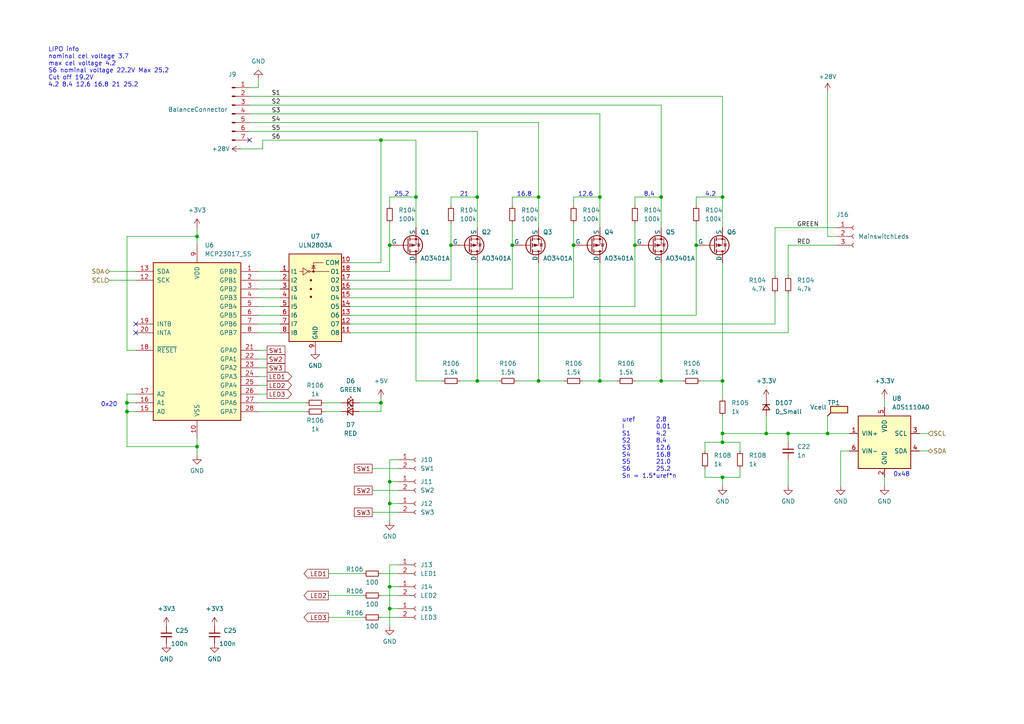
<source format=kicad_sch>
(kicad_sch (version 20230121) (generator eeschema)
  (paper "A4")
  (lib_symbols
    (symbol "Analog_ADC:ADS1110" (pin_names (offset 1.016))
      (property "Reference" "U" (at -7.62 8.89 0))
      (property "Value" "ADS1110" (at 1.27 8.89 0))
      (symbol "ADS1110_0_1"
        (rectangle (start -7.62 7.62) (end 7.62 -7.62) (stroke (width 0.254)) (fill (type background)))
      )
      (symbol "ADS1110_1_1"
        (pin input line (at -10.16 2.54 0) (length 2.54) (name "VIN+") (number "1"))
        (pin power_in line (at 0 -10.16 90) (length 2.54) (name "GND") (number "2"))
        (pin input line (at 10.16 2.54 180) (length 2.54) (name "SCL") (number "3"))
        (pin bidirectional line (at 10.16 -2.54 180) (length 2.54) (name "SDA") (number "4"))
        (pin power_in line (at 0 10.16 270) (length 2.54) (name "VDD") (number "5"))
        (pin input line (at -10.16 -2.54 0) (length 2.54) (name "VIN-") (number "6"))
      )
    )
    (symbol "Connector:Conn_01x02_Socket" (pin_names (offset 1.016) hide)
      (property "Reference" "J" (at 0 2.54 0))
      (property "Value" "Conn_01x02_Socket" (at 0 -5.08 0))
      (symbol "Conn_01x02_Socket_1_1"
        (arc (start 0 -2.032) (mid -0.5058 -2.54) (end 0 -3.048) (stroke (width 0.1524)))
        (polyline (pts (xy -1.27 -2.54) (xy -0.508 -2.54)) (stroke (width 0.1524)))
        (polyline (pts (xy -1.27 0) (xy -0.508 0)) (stroke (width 0.1524)))
        (arc (start 0 0.508) (mid -0.5058 0) (end 0 -0.508) (stroke (width 0.1524)))
        (pin passive line (at -5.08 0 0) (length 3.81) (name "Pin_1") (number "1"))
        (pin passive line (at -5.08 -2.54 0) (length 3.81) (name "Pin_2") (number "2"))
      )
    )
    (symbol "Connector:Conn_01x03_Socket" (pin_names (offset 1.016) hide)
      (property "Reference" "J" (at 0 5.08 0))
      (property "Value" "Conn_01x03_Socket" (at 0 -5.08 0))
      (symbol "Conn_01x03_Socket_1_1"
        (arc (start 0 -2.032) (mid -0.5058 -2.54) (end 0 -3.048) (stroke (width 0.1524)))
        (polyline (pts (xy -1.27 -2.54) (xy -0.508 -2.54)) (stroke (width 0.1524)))
        (polyline (pts (xy -1.27 0) (xy -0.508 0)) (stroke (width 0.1524)))
        (polyline (pts (xy -1.27 2.54) (xy -0.508 2.54)) (stroke (width 0.1524)))
        (arc (start 0 0.508) (mid -0.5058 0) (end 0 -0.508) (stroke (width 0.1524)))
        (arc (start 0 3.048) (mid -0.5058 2.54) (end 0 2.032) (stroke (width 0.1524)))
        (pin passive line (at -5.08 2.54 0) (length 3.81) (name "Pin_1") (number "1"))
        (pin passive line (at -5.08 0 0) (length 3.81) (name "Pin_2") (number "2"))
        (pin passive line (at -5.08 -2.54 0) (length 3.81) (name "Pin_3") (number "3"))
      )
    )
    (symbol "Connector:Conn_01x07_Pin" (pin_names (offset 1.016) hide)
      (property "Reference" "J" (at 0 10.16 0))
      (property "Value" "Conn_01x07_Pin" (at 0 -10.16 0))
      (symbol "Conn_01x07_Pin_1_1"
        (polyline (pts (xy 1.27 -7.62) (xy 0.8636 -7.62)) (stroke (width 0.1524)))
        (polyline (pts (xy 1.27 -5.08) (xy 0.8636 -5.08)) (stroke (width 0.1524)))
        (polyline (pts (xy 1.27 -2.54) (xy 0.8636 -2.54)) (stroke (width 0.1524)))
        (polyline (pts (xy 1.27 0) (xy 0.8636 0)) (stroke (width 0.1524)))
        (polyline (pts (xy 1.27 2.54) (xy 0.8636 2.54)) (stroke (width 0.1524)))
        (polyline (pts (xy 1.27 5.08) (xy 0.8636 5.08)) (stroke (width 0.1524)))
        (polyline (pts (xy 1.27 7.62) (xy 0.8636 7.62)) (stroke (width 0.1524)))
        (rectangle (start 0.8636 -7.493) (end 0 -7.747) (stroke (width 0.1524)) (fill (type outline)))
        (rectangle (start 0.8636 -4.953) (end 0 -5.207) (stroke (width 0.1524)) (fill (type outline)))
        (rectangle (start 0.8636 -2.413) (end 0 -2.667) (stroke (width 0.1524)) (fill (type outline)))
        (rectangle (start 0.8636 0.127) (end 0 -0.127) (stroke (width 0.1524)) (fill (type outline)))
        (rectangle (start 0.8636 2.667) (end 0 2.413) (stroke (width 0.1524)) (fill (type outline)))
        (rectangle (start 0.8636 5.207) (end 0 4.953) (stroke (width 0.1524)) (fill (type outline)))
        (rectangle (start 0.8636 7.747) (end 0 7.493) (stroke (width 0.1524)) (fill (type outline)))
        (pin passive line (at 5.08 7.62 180) (length 3.81) (name "Pin_1") (number "1"))
        (pin passive line (at 5.08 5.08 180) (length 3.81) (name "Pin_2") (number "2"))
        (pin passive line (at 5.08 2.54 180) (length 3.81) (name "Pin_3") (number "3"))
        (pin passive line (at 5.08 0 180) (length 3.81) (name "Pin_4") (number "4"))
        (pin passive line (at 5.08 -2.54 180) (length 3.81) (name "Pin_5") (number "5"))
        (pin passive line (at 5.08 -5.08 180) (length 3.81) (name "Pin_6") (number "6"))
        (pin passive line (at 5.08 -7.62 180) (length 3.81) (name "Pin_7") (number "7"))
      )
    )
    (symbol "Connector:TestPoint_Flag" (pin_numbers hide) (pin_names (offset 0.762) hide)
      (property "Reference" "TP" (at 3.429 1.778 0))
      (property "Value" "TestPoint_Flag" (at 3.302 4.191 0))
      (symbol "TestPoint_Flag_0_1"
        (polyline (pts (xy 0 0) (xy 0.889 0.889)) (stroke (width 0.254)))
        (rectangle (start 0.889 2.794) (end 5.842 0.889) (stroke (width 0.254)) (fill (type background)))
      )
      (symbol "TestPoint_Flag_1_1"
        (pin passive line (at 0 0 90) (length 0) (name "1") (number "1"))
      )
    )
    (symbol "Device:C_Small" (pin_numbers hide) (pin_names (offset 0.254) hide)
      (property "Reference" "C" (at 0.254 1.778 0))
      (property "Value" "C_Small" (at 0.254 -2.032 0))
      (symbol "C_Small_0_1"
        (polyline (pts (xy -1.524 -0.508) (xy 1.524 -0.508)) (stroke (width 0.3302)))
        (polyline (pts (xy -1.524 0.508) (xy 1.524 0.508)) (stroke (width 0.3048)))
      )
      (symbol "C_Small_1_1"
        (pin passive line (at 0 2.54 270) (length 2.032) (name "~") (number "1"))
        (pin passive line (at 0 -2.54 90) (length 2.032) (name "~") (number "2"))
      )
    )
    (symbol "Device:D_Small" (pin_numbers hide) (pin_names (offset 0.254) hide)
      (property "Reference" "D" (at -1.27 2.032 0))
      (property "Value" "D_Small" (at -3.81 -2.032 0))
      (symbol "D_Small_0_1"
        (polyline (pts (xy -0.762 -1.016) (xy -0.762 1.016)) (stroke (width 0.254)))
        (polyline (pts (xy -0.762 0) (xy 0.762 0)))
        (polyline (pts (xy 0.762 -1.016) (xy -0.762 0) (xy 0.762 1.016) (xy 0.762 -1.016)) (stroke (width 0.254)))
      )
      (symbol "D_Small_1_1"
        (pin passive line (at -2.54 0 0) (length 1.778) (name "K") (number "1"))
        (pin passive line (at 2.54 0 180) (length 1.778) (name "A") (number "2"))
      )
    )
    (symbol "Device:LED_Small" (pin_numbers hide) (pin_names (offset 0.254) hide)
      (property "Reference" "D" (at -1.27 3.175 0))
      (property "Value" "LED_Small" (at -4.445 -2.54 0))
      (symbol "LED_Small_0_1"
        (polyline (pts (xy -0.762 -1.016) (xy -0.762 1.016)) (stroke (width 0.254)))
        (polyline (pts (xy 1.016 0) (xy -0.762 0)))
        (polyline (pts (xy 0.762 -1.016) (xy -0.762 0) (xy 0.762 1.016) (xy 0.762 -1.016)) (stroke (width 0.254)))
        (polyline (pts (xy 0 0.762) (xy -0.508 1.27) (xy -0.254 1.27) (xy -0.508 1.27) (xy -0.508 1.016)))
        (polyline (pts (xy 0.508 1.27) (xy 0 1.778) (xy 0.254 1.778) (xy 0 1.778) (xy 0 1.524)))
      )
      (symbol "LED_Small_1_1"
        (pin passive line (at -2.54 0 0) (length 1.778) (name "K") (number "1"))
        (pin passive line (at 2.54 0 180) (length 1.778) (name "A") (number "2"))
      )
    )
    (symbol "Device:R_Small" (pin_numbers hide) (pin_names (offset 0.254) hide)
      (property "Reference" "R" (at 0.762 0.508 0))
      (property "Value" "R_Small" (at 0.762 -1.016 0))
      (symbol "R_Small_0_1"
        (rectangle (start -0.762 1.778) (end 0.762 -1.778) (stroke (width 0.2032)))
      )
      (symbol "R_Small_1_1"
        (pin passive line (at 0 2.54 270) (length 0.762) (name "~") (number "1"))
        (pin passive line (at 0 -2.54 90) (length 0.762) (name "~") (number "2"))
      )
    )
    (symbol "Interface_Expansion:MCP23017_SS" (pin_names (offset 1.016))
      (property "Reference" "U" (at -11.43 24.13 0))
      (property "Value" "MCP23017_SS" (at 0 0 0))
      (symbol "MCP23017_SS_0_1"
        (rectangle (start -12.7 22.86) (end 12.7 -22.86) (stroke (width 0.254)) (fill (type background)))
      )
      (symbol "MCP23017_SS_1_1"
        (pin bidirectional line (at 17.78 20.32 180) (length 5.08) (name "GPB0") (number "1"))
        (pin power_in line (at 0 -27.94 90) (length 5.08) (name "VSS") (number "10"))
        (pin no_connect line (at -12.7 15.24 0) (length 5.08) hide (name "NC") (number "11"))
        (pin input line (at -17.78 17.78 0) (length 5.08) (name "SCK") (number "12"))
        (pin bidirectional line (at -17.78 20.32 0) (length 5.08) (name "SDA") (number "13"))
        (pin no_connect line (at -12.7 12.7 0) (length 5.08) hide (name "NC") (number "14"))
        (pin input line (at -17.78 -20.32 0) (length 5.08) (name "A0") (number "15"))
        (pin input line (at -17.78 -17.78 0) (length 5.08) (name "A1") (number "16"))
        (pin input line (at -17.78 -15.24 0) (length 5.08) (name "A2") (number "17"))
        (pin input line (at -17.78 -2.54 0) (length 5.08) (name "~{RESET}") (number "18"))
        (pin tri_state line (at -17.78 5.08 0) (length 5.08) (name "INTB") (number "19"))
        (pin bidirectional line (at 17.78 17.78 180) (length 5.08) (name "GPB1") (number "2"))
        (pin tri_state line (at -17.78 2.54 0) (length 5.08) (name "INTA") (number "20"))
        (pin bidirectional line (at 17.78 -2.54 180) (length 5.08) (name "GPA0") (number "21"))
        (pin bidirectional line (at 17.78 -5.08 180) (length 5.08) (name "GPA1") (number "22"))
        (pin bidirectional line (at 17.78 -7.62 180) (length 5.08) (name "GPA2") (number "23"))
        (pin bidirectional line (at 17.78 -10.16 180) (length 5.08) (name "GPA3") (number "24"))
        (pin bidirectional line (at 17.78 -12.7 180) (length 5.08) (name "GPA4") (number "25"))
        (pin bidirectional line (at 17.78 -15.24 180) (length 5.08) (name "GPA5") (number "26"))
        (pin bidirectional line (at 17.78 -17.78 180) (length 5.08) (name "GPA6") (number "27"))
        (pin bidirectional line (at 17.78 -20.32 180) (length 5.08) (name "GPA7") (number "28"))
        (pin bidirectional line (at 17.78 15.24 180) (length 5.08) (name "GPB2") (number "3"))
        (pin bidirectional line (at 17.78 12.7 180) (length 5.08) (name "GPB3") (number "4"))
        (pin bidirectional line (at 17.78 10.16 180) (length 5.08) (name "GPB4") (number "5"))
        (pin bidirectional line (at 17.78 7.62 180) (length 5.08) (name "GPB5") (number "6"))
        (pin bidirectional line (at 17.78 5.08 180) (length 5.08) (name "GPB6") (number "7"))
        (pin bidirectional line (at 17.78 2.54 180) (length 5.08) (name "GPB7") (number "8"))
        (pin power_in line (at 0 27.94 270) (length 5.08) (name "VDD") (number "9"))
      )
    )
    (symbol "Simulation_SPICE:PMOS" (pin_numbers hide) (pin_names (offset 0))
      (property "Reference" "Q" (at 5.08 1.27 0))
      (property "Value" "PMOS" (at 5.08 -1.27 0))
      (symbol "PMOS_0_1"
        (polyline (pts (xy 0.254 0) (xy -2.54 0)))
        (polyline (pts (xy 0.254 1.905) (xy 0.254 -1.905)) (stroke (width 0.254)))
        (polyline (pts (xy 0.762 -1.27) (xy 0.762 -2.286)) (stroke (width 0.254)))
        (polyline (pts (xy 0.762 0.508) (xy 0.762 -0.508)) (stroke (width 0.254)))
        (polyline (pts (xy 0.762 2.286) (xy 0.762 1.27)) (stroke (width 0.254)))
        (polyline (pts (xy 2.54 2.54) (xy 2.54 1.778)))
        (polyline (pts (xy 2.54 -2.54) (xy 2.54 0) (xy 0.762 0)))
        (polyline (pts (xy 0.762 1.778) (xy 3.302 1.778) (xy 3.302 -1.778) (xy 0.762 -1.778)))
        (polyline (pts (xy 2.286 0) (xy 1.27 0.381) (xy 1.27 -0.381) (xy 2.286 0)) (fill (type outline)))
        (polyline (pts (xy 2.794 -0.508) (xy 2.921 -0.381) (xy 3.683 -0.381) (xy 3.81 -0.254)))
        (polyline (pts (xy 3.302 -0.381) (xy 2.921 0.254) (xy 3.683 0.254) (xy 3.302 -0.381)))
        (circle (center 1.651 0) (radius 2.794) (stroke (width 0.254)))
        (circle (center 2.54 -1.778) (radius 0.254) (fill (type outline)))
        (circle (center 2.54 1.778) (radius 0.254) (fill (type outline)))
      )
      (symbol "PMOS_1_1"
        (pin passive line (at 2.54 5.08 270) (length 2.54) (name "D") (number "1"))
        (pin input line (at -5.08 0 0) (length 2.54) (name "G") (number "2"))
        (pin passive line (at 2.54 -5.08 90) (length 2.54) (name "S") (number "3"))
      )
    )
    (symbol "Transistor_Array:ULN2803A"
      (property "Reference" "U" (at 0 13.335 0))
      (property "Value" "ULN2803A" (at 0 11.43 0))
      (symbol "ULN2803A_0_1"
        (rectangle (start -7.62 -15.24) (end 7.62 10.16) (stroke (width 0.254)) (fill (type background)))
        (circle (center -1.778 5.08) (radius 0.254))
        (circle (center -1.27 -2.286) (radius 0.254) (fill (type outline)))
        (circle (center -1.27 0) (radius 0.254) (fill (type outline)))
        (circle (center -1.27 2.54) (radius 0.254) (fill (type outline)))
        (circle (center -0.508 5.08) (radius 0.254) (fill (type outline)))
        (polyline (pts (xy -4.572 5.08) (xy -3.556 5.08)))
        (polyline (pts (xy -1.524 5.08) (xy 4.064 5.08)))
        (polyline (pts (xy 0 6.731) (xy -1.016 6.731)))
        (polyline (pts (xy -0.508 5.08) (xy -0.508 7.62) (xy 2.286 7.62)))
        (polyline (pts (xy -3.556 6.096) (xy -3.556 4.064) (xy -2.032 5.08) (xy -3.556 6.096)))
        (polyline (pts (xy 0 5.969) (xy -1.016 5.969) (xy -0.508 6.731) (xy 0 5.969)))
      )
      (symbol "ULN2803A_1_1"
        (pin input line (at -10.16 5.08 0) (length 2.54) (name "I1") (number "1"))
        (pin passive line (at 10.16 7.62 180) (length 2.54) (name "COM") (number "10"))
        (pin open_collector line (at 10.16 -12.7 180) (length 2.54) (name "O8") (number "11"))
        (pin open_collector line (at 10.16 -10.16 180) (length 2.54) (name "O7") (number "12"))
        (pin open_collector line (at 10.16 -7.62 180) (length 2.54) (name "O6") (number "13"))
        (pin open_collector line (at 10.16 -5.08 180) (length 2.54) (name "O5") (number "14"))
        (pin open_collector line (at 10.16 -2.54 180) (length 2.54) (name "O4") (number "15"))
        (pin open_collector line (at 10.16 0 180) (length 2.54) (name "O3") (number "16"))
        (pin open_collector line (at 10.16 2.54 180) (length 2.54) (name "O2") (number "17"))
        (pin open_collector line (at 10.16 5.08 180) (length 2.54) (name "O1") (number "18"))
        (pin input line (at -10.16 2.54 0) (length 2.54) (name "I2") (number "2"))
        (pin input line (at -10.16 0 0) (length 2.54) (name "I3") (number "3"))
        (pin input line (at -10.16 -2.54 0) (length 2.54) (name "I4") (number "4"))
        (pin input line (at -10.16 -5.08 0) (length 2.54) (name "I5") (number "5"))
        (pin input line (at -10.16 -7.62 0) (length 2.54) (name "I6") (number "6"))
        (pin input line (at -10.16 -10.16 0) (length 2.54) (name "I7") (number "7"))
        (pin input line (at -10.16 -12.7 0) (length 2.54) (name "I8") (number "8"))
        (pin power_in line (at 0 -17.78 90) (length 2.54) (name "GND") (number "9"))
      )
    )
    (symbol "power:+28V" (power) (pin_names (offset 0))
      (property "Value" "+28V" (at 0 3.81 0))
      (symbol "+28V_0_1"
        (polyline (pts (xy -0.762 1.27) (xy 0 2.54)))
        (polyline (pts (xy 0 0) (xy 0 2.54)))
        (polyline (pts (xy 0 2.54) (xy 0.762 1.27)))
      )
      (symbol "+28V_1_1"
        (pin power_in line (at 0 0 90) (length 0) hide (name "+28V") (number "1"))
      )
    )
    (symbol "power:+3.3V" (power) (pin_names (offset 0))
      (property "Value" "+3.3V" (at 0 3.556 0))
      (symbol "+3.3V_0_1"
        (polyline (pts (xy -0.762 1.27) (xy 0 2.54)))
        (polyline (pts (xy 0 0) (xy 0 2.54)))
        (polyline (pts (xy 0 2.54) (xy 0.762 1.27)))
      )
      (symbol "+3.3V_1_1"
        (pin power_in line (at 0 0 90) (length 0) hide (name "+3.3V") (number "1"))
      )
    )
    (symbol "power:+3V3" (power) (pin_names (offset 0))
      (property "Value" "+3V3" (at 0 3.556 0))
      (symbol "+3V3_0_1"
        (polyline (pts (xy -0.762 1.27) (xy 0 2.54)))
        (polyline (pts (xy 0 0) (xy 0 2.54)))
        (polyline (pts (xy 0 2.54) (xy 0.762 1.27)))
      )
      (symbol "+3V3_1_1"
        (pin power_in line (at 0 0 90) (length 0) hide (name "+3V3") (number "1"))
      )
    )
    (symbol "power:+5V" (power) (pin_names (offset 0))
      (property "Value" "+5V" (at 0 3.556 0))
      (symbol "+5V_0_1"
        (polyline (pts (xy -0.762 1.27) (xy 0 2.54)))
        (polyline (pts (xy 0 0) (xy 0 2.54)))
        (polyline (pts (xy 0 2.54) (xy 0.762 1.27)))
      )
      (symbol "+5V_1_1"
        (pin power_in line (at 0 0 90) (length 0) hide (name "+5V") (number "1"))
      )
    )
    (symbol "power:GND" (power) (pin_names (offset 0))
      (property "Value" "GND" (at 0 -3.81 0))
      (symbol "GND_0_1"
        (polyline (pts (xy 0 0) (xy 0 -1.27) (xy 1.27 -1.27) (xy 0 -2.54) (xy -1.27 -1.27) (xy 0 -1.27)))
      )
      (symbol "GND_1_1"
        (pin power_in line (at 0 0 270) (length 0) hide (name "GND") (number "1"))
      )
    )
  )
  (junction (at 57.15 129.54))
  (junction (at 209.55 57.15))
  (junction (at 110.49 116.84))
  (junction (at 156.21 57.15))
  (junction (at 113.03 71.12))
  (junction (at 173.99 57.15))
  (junction (at 228.6 125.73))
  (junction (at 113.03 146.05))
  (junction (at 240.03 125.73))
  (junction (at 222.25 125.73))
  (junction (at 201.93 71.12))
  (junction (at 191.77 110.49))
  (junction (at 113.03 170.18))
  (junction (at 36.83 119.38))
  (junction (at 209.55 138.43))
  (junction (at 209.55 110.49))
  (junction (at 113.03 139.7))
  (junction (at 191.77 57.15))
  (junction (at 209.55 128.27))
  (junction (at 209.55 125.73))
  (junction (at 138.43 110.49))
  (junction (at 57.15 68.58))
  (junction (at 110.49 40.64))
  (junction (at 113.03 176.53))
  (junction (at 184.15 71.12))
  (junction (at 120.65 57.15))
  (junction (at 36.83 116.84))
  (junction (at 166.37 71.12))
  (junction (at 156.21 110.49))
  (junction (at 148.59 71.12))
  (junction (at 173.99 110.49))
  (junction (at 130.81 71.12))
  (junction (at 138.43 57.15))
  (no_connect (at 39.37 96.52))
  (no_connect (at 72.39 40.64))
  (no_connect (at 39.37 93.98))
  (wire (pts (xy 246.38 130.81) (xy 243.84 130.81)))
  (wire (pts (xy 173.99 33.02) (xy 173.99 57.15)))
  (wire (pts (xy 36.83 68.58) (xy 36.83 101.6)))
  (wire (pts (xy 120.65 40.64) (xy 120.65 57.15)))
  (wire (pts (xy 138.43 76.2) (xy 138.43 110.49)))
  (wire (pts (xy 148.59 64.77) (xy 148.59 71.12)))
  (wire (pts (xy 209.55 76.2) (xy 209.55 110.49)))
  (wire (pts (xy 242.57 71.12) (xy 228.6 71.12)))
  (wire (pts (xy 148.59 59.69) (xy 148.59 57.15)))
  (wire (pts (xy 138.43 57.15) (xy 138.43 66.04)))
  (wire (pts (xy 95.25 179.07) (xy 105.41 179.07)))
  (wire (pts (xy 130.81 64.77) (xy 130.81 71.12)))
  (wire (pts (xy 209.55 138.43) (xy 214.63 138.43)))
  (wire (pts (xy 110.49 166.37) (xy 115.57 166.37)))
  (wire (pts (xy 113.03 146.05) (xy 113.03 151.13)))
  (wire (pts (xy 36.83 129.54) (xy 57.15 129.54)))
  (wire (pts (xy 36.83 116.84) (xy 39.37 116.84)))
  (wire (pts (xy 113.03 170.18) (xy 115.57 170.18)))
  (wire (pts (xy 113.03 71.12) (xy 113.03 78.74)))
  (wire (pts (xy 201.93 64.77) (xy 201.93 71.12)))
  (wire (pts (xy 36.83 119.38) (xy 36.83 129.54)))
  (wire (pts (xy 156.21 57.15) (xy 156.21 66.04)))
  (wire (pts (xy 201.93 57.15) (xy 209.55 57.15)))
  (wire (pts (xy 74.93 111.76) (xy 77.47 111.76)))
  (wire (pts (xy 130.81 59.69) (xy 130.81 57.15)))
  (wire (pts (xy 133.35 110.49) (xy 138.43 110.49)))
  (wire (pts (xy 209.55 125.73) (xy 222.25 125.73)))
  (wire (pts (xy 74.93 81.28) (xy 81.28 81.28)))
  (wire (pts (xy 130.81 57.15) (xy 138.43 57.15)))
  (wire (pts (xy 113.03 64.77) (xy 113.03 71.12)))
  (wire (pts (xy 191.77 57.15) (xy 191.77 66.04)))
  (wire (pts (xy 110.49 179.07) (xy 115.57 179.07)))
  (wire (pts (xy 204.47 128.27) (xy 204.47 130.81)))
  (wire (pts (xy 130.81 71.12) (xy 130.81 81.28)))
  (wire (pts (xy 57.15 68.58) (xy 36.83 68.58)))
  (wire (pts (xy 74.93 25.4) (xy 72.39 25.4)))
  (wire (pts (xy 209.55 138.43) (xy 204.47 138.43)))
  (wire (pts (xy 95.25 172.72) (xy 105.41 172.72)))
  (wire (pts (xy 224.79 66.04) (xy 242.57 66.04)))
  (wire (pts (xy 113.03 176.53) (xy 115.57 176.53)))
  (wire (pts (xy 148.59 57.15) (xy 156.21 57.15)))
  (wire (pts (xy 113.03 133.35) (xy 113.03 139.7)))
  (wire (pts (xy 72.39 30.48) (xy 191.77 30.48)))
  (wire (pts (xy 224.79 85.09) (xy 224.79 93.98)))
  (wire (pts (xy 209.55 125.73) (xy 209.55 128.27)))
  (wire (pts (xy 110.49 116.84) (xy 110.49 119.38)))
  (wire (pts (xy 36.83 114.3) (xy 36.83 116.84)))
  (wire (pts (xy 166.37 64.77) (xy 166.37 71.12)))
  (wire (pts (xy 156.21 35.56) (xy 156.21 57.15)))
  (wire (pts (xy 138.43 38.1) (xy 138.43 57.15)))
  (wire (pts (xy 120.65 57.15) (xy 120.65 66.04)))
  (wire (pts (xy 101.6 86.36) (xy 166.37 86.36)))
  (wire (pts (xy 36.83 101.6) (xy 39.37 101.6)))
  (wire (pts (xy 76.2 40.64) (xy 76.2 43.18)))
  (wire (pts (xy 224.79 80.01) (xy 224.79 66.04)))
  (wire (pts (xy 74.93 104.14) (xy 77.47 104.14)))
  (wire (pts (xy 76.2 43.18) (xy 69.85 43.18)))
  (wire (pts (xy 72.39 33.02) (xy 173.99 33.02)))
  (wire (pts (xy 110.49 40.64) (xy 110.49 76.2)))
  (wire (pts (xy 110.49 119.38) (xy 104.14 119.38)))
  (wire (pts (xy 240.03 68.58) (xy 242.57 68.58)))
  (wire (pts (xy 138.43 110.49) (xy 144.78 110.49)))
  (wire (pts (xy 184.15 71.12) (xy 184.15 88.9)))
  (wire (pts (xy 74.93 88.9) (xy 81.28 88.9)))
  (wire (pts (xy 184.15 59.69) (xy 184.15 57.15)))
  (wire (pts (xy 95.25 166.37) (xy 105.41 166.37)))
  (wire (pts (xy 228.6 71.12) (xy 228.6 80.01)))
  (wire (pts (xy 173.99 57.15) (xy 173.99 66.04)))
  (wire (pts (xy 74.93 86.36) (xy 81.28 86.36)))
  (wire (pts (xy 101.6 78.74) (xy 113.03 78.74)))
  (wire (pts (xy 107.95 135.89) (xy 115.57 135.89)))
  (wire (pts (xy 72.39 35.56) (xy 156.21 35.56)))
  (wire (pts (xy 72.39 38.1) (xy 138.43 38.1)))
  (wire (pts (xy 256.54 140.97) (xy 256.54 138.43)))
  (wire (pts (xy 191.77 76.2) (xy 191.77 110.49)))
  (wire (pts (xy 173.99 110.49) (xy 179.07 110.49)))
  (wire (pts (xy 101.6 96.52) (xy 228.6 96.52)))
  (wire (pts (xy 113.03 176.53) (xy 113.03 181.61)))
  (wire (pts (xy 93.98 116.84) (xy 99.06 116.84)))
  (wire (pts (xy 57.15 132.08) (xy 57.15 129.54)))
  (wire (pts (xy 266.7 130.81) (xy 269.24 130.81)))
  (wire (pts (xy 256.54 115.57) (xy 256.54 118.11)))
  (wire (pts (xy 31.75 78.74) (xy 39.37 78.74)))
  (wire (pts (xy 72.39 27.94) (xy 209.55 27.94)))
  (wire (pts (xy 57.15 129.54) (xy 57.15 127)))
  (wire (pts (xy 113.03 139.7) (xy 115.57 139.7)))
  (wire (pts (xy 115.57 133.35) (xy 113.03 133.35)))
  (wire (pts (xy 228.6 85.09) (xy 228.6 96.52)))
  (wire (pts (xy 148.59 71.12) (xy 148.59 83.82)))
  (wire (pts (xy 240.03 125.73) (xy 246.38 125.73)))
  (wire (pts (xy 101.6 83.82) (xy 148.59 83.82)))
  (wire (pts (xy 74.93 91.44) (xy 81.28 91.44)))
  (wire (pts (xy 39.37 114.3) (xy 36.83 114.3)))
  (wire (pts (xy 74.93 22.86) (xy 74.93 25.4)))
  (wire (pts (xy 115.57 163.83) (xy 113.03 163.83)))
  (wire (pts (xy 113.03 170.18) (xy 113.03 176.53)))
  (wire (pts (xy 110.49 115.57) (xy 110.49 116.84)))
  (wire (pts (xy 228.6 125.73) (xy 240.03 125.73)))
  (wire (pts (xy 110.49 40.64) (xy 120.65 40.64)))
  (wire (pts (xy 107.95 142.24) (xy 115.57 142.24)))
  (wire (pts (xy 240.03 26.67) (xy 240.03 68.58)))
  (wire (pts (xy 57.15 68.58) (xy 57.15 71.12)))
  (wire (pts (xy 166.37 57.15) (xy 173.99 57.15)))
  (wire (pts (xy 110.49 172.72) (xy 115.57 172.72)))
  (wire (pts (xy 191.77 110.49) (xy 198.12 110.49)))
  (wire (pts (xy 184.15 64.77) (xy 184.15 71.12)))
  (wire (pts (xy 107.95 148.59) (xy 115.57 148.59)))
  (wire (pts (xy 228.6 125.73) (xy 228.6 128.27)))
  (wire (pts (xy 209.55 110.49) (xy 209.55 115.57)))
  (wire (pts (xy 74.93 114.3) (xy 77.47 114.3)))
  (wire (pts (xy 101.6 88.9) (xy 184.15 88.9)))
  (wire (pts (xy 57.15 66.04) (xy 57.15 68.58)))
  (wire (pts (xy 209.55 57.15) (xy 209.55 66.04)))
  (wire (pts (xy 156.21 110.49) (xy 163.83 110.49)))
  (wire (pts (xy 93.98 119.38) (xy 99.06 119.38)))
  (wire (pts (xy 201.93 59.69) (xy 201.93 57.15)))
  (wire (pts (xy 113.03 59.69) (xy 113.03 57.15)))
  (wire (pts (xy 36.83 119.38) (xy 39.37 119.38)))
  (wire (pts (xy 222.25 120.65) (xy 222.25 125.73)))
  (wire (pts (xy 74.93 78.74) (xy 81.28 78.74)))
  (wire (pts (xy 214.63 130.81) (xy 214.63 128.27)))
  (wire (pts (xy 228.6 133.35) (xy 228.6 140.97)))
  (wire (pts (xy 173.99 76.2) (xy 173.99 110.49)))
  (wire (pts (xy 120.65 76.2) (xy 120.65 110.49)))
  (wire (pts (xy 209.55 138.43) (xy 209.55 140.97)))
  (wire (pts (xy 243.84 130.81) (xy 243.84 140.97)))
  (wire (pts (xy 209.55 128.27) (xy 204.47 128.27)))
  (wire (pts (xy 240.03 120.65) (xy 240.03 125.73)))
  (wire (pts (xy 203.2 110.49) (xy 209.55 110.49)))
  (wire (pts (xy 166.37 59.69) (xy 166.37 57.15)))
  (wire (pts (xy 184.15 110.49) (xy 191.77 110.49)))
  (wire (pts (xy 266.7 125.73) (xy 269.24 125.73)))
  (wire (pts (xy 214.63 135.89) (xy 214.63 138.43)))
  (wire (pts (xy 101.6 76.2) (xy 110.49 76.2)))
  (wire (pts (xy 113.03 146.05) (xy 115.57 146.05)))
  (wire (pts (xy 120.65 110.49) (xy 128.27 110.49)))
  (wire (pts (xy 101.6 93.98) (xy 224.79 93.98)))
  (wire (pts (xy 74.93 83.82) (xy 81.28 83.82)))
  (wire (pts (xy 113.03 139.7) (xy 113.03 146.05)))
  (wire (pts (xy 76.2 40.64) (xy 110.49 40.64)))
  (wire (pts (xy 74.93 119.38) (xy 88.9 119.38)))
  (wire (pts (xy 74.93 109.22) (xy 77.47 109.22)))
  (wire (pts (xy 74.93 93.98) (xy 81.28 93.98)))
  (wire (pts (xy 74.93 106.68) (xy 77.47 106.68)))
  (wire (pts (xy 104.14 116.84) (xy 110.49 116.84)))
  (wire (pts (xy 156.21 76.2) (xy 156.21 110.49)))
  (wire (pts (xy 74.93 101.6) (xy 77.47 101.6)))
  (wire (pts (xy 113.03 57.15) (xy 120.65 57.15)))
  (wire (pts (xy 36.83 116.84) (xy 36.83 119.38)))
  (wire (pts (xy 184.15 57.15) (xy 191.77 57.15)))
  (wire (pts (xy 101.6 91.44) (xy 201.93 91.44)))
  (wire (pts (xy 222.25 125.73) (xy 228.6 125.73)))
  (wire (pts (xy 201.93 71.12) (xy 201.93 91.44)))
  (wire (pts (xy 74.93 116.84) (xy 88.9 116.84)))
  (wire (pts (xy 149.86 110.49) (xy 156.21 110.49)))
  (wire (pts (xy 74.93 96.52) (xy 81.28 96.52)))
  (wire (pts (xy 209.55 27.94) (xy 209.55 57.15)))
  (wire (pts (xy 204.47 135.89) (xy 204.47 138.43)))
  (wire (pts (xy 166.37 71.12) (xy 166.37 86.36)))
  (wire (pts (xy 113.03 163.83) (xy 113.03 170.18)))
  (wire (pts (xy 168.91 110.49) (xy 173.99 110.49)))
  (wire (pts (xy 101.6 81.28) (xy 130.81 81.28)))
  (wire (pts (xy 31.75 81.28) (xy 39.37 81.28)))
  (wire (pts (xy 209.55 120.65) (xy 209.55 125.73)))
  (wire (pts (xy 191.77 30.48) (xy 191.77 57.15)))
  (wire (pts (xy 214.63 128.27) (xy 209.55 128.27)))
  (text "LIPO info\nnominal cel voltage 3.7\nmax cel voltage 4.2\nS6 nominal voltage 22.2V Max 25.2\nCut off 19.2V\n4.2 8.4 12.6 16.8 21 25.2\n" (at 13.97 25.4 0) (effects (font (size 1.27 1.27)) (justify left bottom)))
  (text "21" (at 133.35 57.15 0) (effects (font (size 1.27 1.27)) (justify left bottom)))
  (text "16.8" (at 149.86 57.15 0) (effects (font (size 1.27 1.27)) (justify left bottom)))
  (text "0x48" (at 259.08 138.43 0) (effects (font (size 1.27 1.27)) (justify left bottom)))
  (text "8.4" (at 186.69 57.15 0) (effects (font (size 1.27 1.27)) (justify left bottom)))
  (text "4.2" (at 204.47 57.15 0) (effects (font (size 1.27 1.27)) (justify left bottom)))
  (text "uref	2.8\nI		0.01\nS1		4.2\nS2		8.4\nS3		12.6\nS4		16.8\nS5		21.0\nS6		25.2\nSn = 1.5*uref*n\n\n" (at 180.34 140.97 0) (effects (font (size 1.27 1.27)) (justify left bottom)))
  (text "12.6" (at 167.64 57.15 0) (effects (font (size 1.27 1.27)) (justify left bottom)))
  (text "0x20" (at 29.21 118.11 0) (effects (font (size 1.27 1.27)) (justify left bottom)))
  (text "25.2" (at 114.3 57.15 0) (effects (font (size 1.27 1.27)) (justify left bottom)))
  (label "S1" (at 78.74 27.94 0))
  (label "S2" (at 78.74 30.48 0))
  (label "S5" (at 78.74 38.1 0))
  (label "S3" (at 78.74 33.02 0))
  (label "GREEN" (at 231.14 66.04 0))
  (label "S6" (at 78.74 40.64 0))
  (label "RED" (at 231.14 71.12 0))
  (label "S4" (at 78.74 35.56 0))
  (global_label "SW2" (shape passive) (at 107.95 142.24 180) (property "Intersheetrefs" "${INTERSHEET_REFS}" (effects hide)))
  (global_label "SW1" (shape passive) (at 107.95 135.89 180) (property "Intersheetrefs" "${INTERSHEET_REFS}" (effects hide)))
  (global_label "LED2" (shape output) (at 95.25 172.72 180) (property "Intersheetrefs" "${INTERSHEET_REFS}" (effects hide)))
  (global_label "LED3" (shape output) (at 77.47 114.3 0) (property "Intersheetrefs" "${INTERSHEET_REFS}" (effects hide)))
  (global_label "LED1" (shape output) (at 77.47 109.22 0) (property "Intersheetrefs" "${INTERSHEET_REFS}" (effects hide)))
  (global_label "LED3" (shape output) (at 95.25 179.07 180) (property "Intersheetrefs" "${INTERSHEET_REFS}" (effects hide)))
  (global_label "LED1" (shape output) (at 95.25 166.37 180) (property "Intersheetrefs" "${INTERSHEET_REFS}" (effects hide)))
  (global_label "SW3" (shape passive) (at 107.95 148.59 180) (property "Intersheetrefs" "${INTERSHEET_REFS}" (effects hide)))
  (global_label "LED2" (shape output) (at 77.47 111.76 0) (property "Intersheetrefs" "${INTERSHEET_REFS}" (effects hide)))
  (global_label "SW3" (shape passive) (at 77.47 106.68 0) (property "Intersheetrefs" "${INTERSHEET_REFS}" (effects hide)))
  (global_label "SW1" (shape passive) (at 77.47 101.6 0) (property "Intersheetrefs" "${INTERSHEET_REFS}" (effects hide)))
  (global_label "SW2" (shape passive) (at 77.47 104.14 0) (property "Intersheetrefs" "${INTERSHEET_REFS}" (effects hide)))
  (hierarchical_label "SDA" (shape bidirectional) (at 269.24 130.81 0))
  (hierarchical_label "SDA" (shape bidirectional) (at 31.75 78.74 180))
  (hierarchical_label "SCL" (shape input) (at 31.75 81.28 180))
  (hierarchical_label "SCL" (shape input) (at 269.24 125.73 0))
  (symbol (lib_id "Device:R_Small") (at 148.59 62.23 0) (unit 1)
    (property "Reference" "R104" (at 151.13 60.96 0) (effects (justify left)))
    (property "Value" "100k" (at 151.13 63.5 0) (effects (justify left)))
    (property "Footprint" "A_Device:R_0603" (effects hide))
    (instances (project "Nice-Buoy-V1.0" (path "" (reference "R104") (unit 1)) (path "" (reference "R12") (unit 1))))
  )
  (symbol (lib_id "power:GND") (at 256.54 140.97 0) (unit 1)
    (property "Reference" "#PWR0121" (effects hide))
    (property "Value" "GND" (at 256.54 145.415 0))
    (instances (project "Nice-Buoy-V1.0" (path "" (reference "#PWR0121") (unit 1)) (path "" (reference "#PWR053") (unit 1))))
  )
  (symbol (lib_id "Connector:Conn_01x02_Socket") (at 120.65 133.35 0) (unit 1)
    (property "Reference" "J10" (at 121.92 133.35 0) (effects (justify left)))
    (property "Value" "SW1" (at 121.92 135.89 0) (effects (justify left)))
    (property "Footprint" "Connector_JST:JST_XH_B2B-XH-A_1x02_P2.50mm_Vertical" (effects hide))
    (property "LCSC" "C158012" (effects hide))
  )
  (symbol (lib_id "Transistor_Array:ULN2803A") (at 91.44 83.82 0) (unit 1)
    (property "Reference" "U7" (at 91.44 68.58 0))
    (property "Value" "ULN2803A" (at 91.44 71.12 0))
    (property "Datasheet" "http://www.ti.com/lit/ds/symlink/uln2803a.pdf" (effects hide))
  )
  (symbol (lib_id "Device:R_Small") (at 214.63 133.35 0) (unit 1)
    (property "Reference" "R108" (at 217.17 132.08 0) (effects (justify left)))
    (property "Value" "1k" (at 217.17 134.62 0) (effects (justify left)))
    (property "Footprint" "A_Device:R_0603" (effects hide))
    (instances (project "Nice-Buoy-V1.0" (path "" (reference "R108") (unit 1)) (path "" (reference "R21") (unit 1))))
  )
  (symbol (lib_id "Device:R_Small") (at 166.37 110.49 90) (unit 1)
    (property "Reference" "R106" (at 166.37 105.41 90))
    (property "Value" "1.5k" (at 166.37 107.95 90))
    (property "Footprint" "A_Device:R_0603" (effects hide))
    (instances (project "Nice-Buoy-V1.0" (path "" (reference "R106") (unit 1)) (path "" (reference "R14") (unit 1))))
  )
  (symbol (lib_id "power:+3V3") (at 57.15 66.04 0) (unit 1)
    (property "Reference" "#PWR039" (effects hide))
    (property "Value" "+3V3" (at 57.15 60.96 0))
  )
  (symbol (lib_id "Connector:Conn_01x02_Socket") (at 120.65 139.7 0) (unit 1)
    (property "Reference" "J11" (at 121.92 139.7 0) (effects (justify left)))
    (property "Value" "SW2" (at 121.92 142.24 0) (effects (justify left)))
    (property "Footprint" "Connector_JST:JST_XH_B2B-XH-A_1x02_P2.50mm_Vertical" (effects hide))
    (property "LCSC" "C158012" (effects hide))
  )
  (symbol (lib_id "Connector:TestPoint_Flag") (at 240.03 120.65 0) (unit 1)
    (property "Reference" "TP1" (at 240.03 116.84 0) (effects (justify left)))
    (property "Value" "Vcell" (at 234.95 118.11 0) (effects (justify left)))
    (property "Footprint" "A_Pads_Pins:Testpoint_0.6x1.0" (effects hide))
  )
  (symbol (lib_id "Device:LED_Small") (at 101.6 119.38 0) (unit 1)
    (property "Reference" "D7" (at 101.6635 123.19 0))
    (property "Value" "RED" (at 101.6635 125.73 0))
  )
  (symbol (lib_id "Device:R_Small") (at 107.95 166.37 90) (unit 1)
    (property "Reference" "R106" (at 102.87 165.1 90))
    (property "Value" "100" (at 107.95 168.91 90))
    (property "Footprint" "A_Device:R_0603" (effects hide))
    (instances (project "Nice-Buoy-V1.0" (path "" (reference "R106") (unit 1)) (path "" (reference "R5") (unit 1))))
  )
  (symbol (lib_id "Connector:Conn_01x02_Socket") (at 120.65 176.53 0) (unit 1)
    (property "Reference" "J15" (at 121.92 176.53 0) (effects (justify left)))
    (property "Value" "LED3" (at 121.92 179.07 0) (effects (justify left)))
    (property "Footprint" "Connector_JST:JST_XH_B2B-XH-A_1x02_P2.50mm_Vertical" (effects hide))
    (property "LCSC" "C158012" (effects hide))
  )
  (symbol (lib_id "power:GND") (at 113.03 181.61 0) (unit 1)
    (property "Reference" "#PWR0121" (effects hide))
    (property "Value" "GND" (at 113.03 186.055 0))
    (instances (project "Nice-Buoy-V1.0" (path "" (reference "#PWR0121") (unit 1)) (path "" (reference "#PWR046") (unit 1))))
  )
  (symbol (lib_id "power:+3V3") (at 48.26 181.61 0) (unit 1)
    (property "Reference" "#PWR037" (effects hide))
    (property "Value" "+3V3" (at 48.26 176.53 0))
  )
  (symbol (lib_id "Device:R_Small") (at 228.6 82.55 0) (unit 1)
    (property "Reference" "R104" (at 231.14 81.28 0) (effects (justify left)))
    (property "Value" "4.7k" (at 231.14 83.82 0) (effects (justify left)))
    (property "Footprint" "A_Device:R_0603" (effects hide))
    (instances (project "Nice-Buoy-V1.0" (path "" (reference "R104") (unit 1)) (path "" (reference "R23") (unit 1))))
  )
  (symbol (lib_id "power:+3.3V") (at 222.25 115.57 0) (unit 1)
    (property "Reference" "#PWR0122" (effects hide))
    (property "Value" "+3.3V" (at 222.25 110.49 0))
    (instances (project "Nice-Buoy-V1.0" (path "" (reference "#PWR0122") (unit 1)) (path "" (reference "#PWR048") (unit 1))))
  )
  (symbol (lib_id "Device:C_Small") (at 48.26 184.15 0) (unit 1)
    (property "Reference" "C25" (at 50.8 182.8862 0) (effects (justify left)))
    (property "Value" "100n" (at 49.53 186.69 0) (effects (justify left)))
    (property "Footprint" "A_Device:C_0603" (effects hide))
    (property "LCSC" "C14663" (effects hide))
    (instances (project "NIKOLA-02-E-001_PCAScannerController_R1" (path "" (reference "C25") (unit 1))) (project "Nice-Buoy-V1.0" (path "" (reference "C20") (unit 1))))
  )
  (symbol (lib_id "power:GND") (at 57.15 132.08 0) (unit 1)
    (property "Reference" "#PWR0121" (effects hide))
    (property "Value" "GND" (at 57.15 136.525 0))
    (instances (project "Nice-Buoy-V1.0" (path "" (reference "#PWR0121") (unit 1)) (path "" (reference "#PWR040") (unit 1))))
  )
  (symbol (lib_id "Device:LED_Small") (at 101.6 116.84 0) (unit 1)
    (property "Reference" "D6" (at 101.6635 110.49 0))
    (property "Value" "GREEN" (at 101.6635 113.03 0))
  )
  (symbol (lib_id "Device:R_Small") (at 113.03 62.23 0) (unit 1)
    (property "Reference" "R104" (at 115.57 60.96 0) (effects (justify left)))
    (property "Value" "100k" (at 115.57 63.5 0) (effects (justify left)))
    (property "Footprint" "A_Device:R_0603" (effects hide))
    (instances (project "Nice-Buoy-V1.0" (path "" (reference "R104") (unit 1)) (path "" (reference "R8") (unit 1))))
  )
  (symbol (lib_id "Device:R_Small") (at 107.95 172.72 90) (unit 1)
    (property "Reference" "R106" (at 102.87 171.45 90))
    (property "Value" "100" (at 107.95 175.26 90))
    (property "Footprint" "A_Device:R_0603" (effects hide))
    (instances (project "Nice-Buoy-V1.0" (path "" (reference "R106") (unit 1)) (path "" (reference "R6") (unit 1))))
  )
  (symbol (lib_id "Device:R_Small") (at 91.44 119.38 90) (unit 1)
    (property "Reference" "R106" (at 91.44 121.92 90))
    (property "Value" "1k" (at 91.44 124.46 90))
    (property "Footprint" "A_Device:R_0603" (effects hide))
    (instances (project "Nice-Buoy-V1.0" (path "" (reference "R106") (unit 1)) (path "" (reference "R25") (unit 1))))
  )
  (symbol (lib_id "Device:R_Small") (at 107.95 179.07 90) (unit 1)
    (property "Reference" "R106" (at 102.87 177.8 90))
    (property "Value" "100" (at 107.95 181.61 90))
    (property "Footprint" "A_Device:R_0603" (effects hide))
    (instances (project "Nice-Buoy-V1.0" (path "" (reference "R106") (unit 1)) (path "" (reference "R7") (unit 1))))
  )
  (symbol (lib_id "power:GND") (at 62.23 186.69 0) (unit 1)
    (property "Reference" "#PWR0121" (effects hide))
    (property "Value" "GND" (at 62.23 191.135 0))
    (instances (project "Nice-Buoy-V1.0" (path "" (reference "#PWR0121") (unit 1)) (path "" (reference "#PWR042") (unit 1))))
  )
  (symbol (lib_id "Device:R_Small") (at 201.93 62.23 0) (unit 1)
    (property "Reference" "R104" (at 204.47 60.96 0) (effects (justify left)))
    (property "Value" "100k" (at 204.47 63.5 0) (effects (justify left)))
    (property "Footprint" "A_Device:R_0603" (effects hide))
    (instances (project "Nice-Buoy-V1.0" (path "" (reference "R104") (unit 1)) (path "" (reference "R18") (unit 1))))
  )
  (symbol (lib_id "Simulation_SPICE:PMOS") (at 189.23 71.12 0) (mirror x) (unit 1)
    (property "Reference" "Q5" (at 193.04 67.31 0) (effects (justify left)))
    (property "Value" "AO3401A" (at 193.04 74.93 0) (effects (justify left)))
    (property "Footprint" "A_IC_SOT:SC-59_1.6x3_P0.95" (effects hide))
    (property "Datasheet" "https://datasheet.lcsc.com/lcsc/1810171817_Alpha---Omega-Semicon-AO3401A_C15127.pdf" (effects hide))
    (property "Sim.Device" "PMOS" (effects hide))
    (property "Sim.Type" "VDMOS" (effects hide))
    (property "Sim.Pins" "1=D 2=G 3=S" (effects hide))
    (property "LCSC" "C15127" (effects hide))
  )
  (symbol (lib_id "Device:R_Small") (at 184.15 62.23 0) (unit 1)
    (property "Reference" "R104" (at 186.69 60.96 0) (effects (justify left)))
    (property "Value" "100k" (at 186.69 63.5 0) (effects (justify left)))
    (property "Footprint" "A_Device:R_0603" (effects hide))
    (instances (project "Nice-Buoy-V1.0" (path "" (reference "R104") (unit 1)) (path "" (reference "R16") (unit 1))))
  )
  (symbol (lib_id "Simulation_SPICE:PMOS") (at 118.11 71.12 0) (mirror x) (unit 1)
    (property "Reference" "Q1" (at 121.92 67.31 0) (effects (justify left)))
    (property "Value" "AO3401A" (at 121.92 74.93 0) (effects (justify left)))
    (property "Footprint" "A_IC_SOT:SC-59_1.6x3_P0.95" (effects hide))
    (property "Datasheet" "https://datasheet.lcsc.com/lcsc/1810171817_Alpha---Omega-Semicon-AO3401A_C15127.pdf" (effects hide))
    (property "Sim.Device" "PMOS" (effects hide))
    (property "Sim.Type" "VDMOS" (effects hide))
    (property "Sim.Pins" "1=D 2=G 3=S" (effects hide))
    (property "LCSC" "C15127" (effects hide))
  )
  (symbol (lib_id "power:GND") (at 74.93 22.86 180) (unit 1)
    (property "Reference" "#PWR0121" (effects hide))
    (property "Value" "GND" (at 74.93 17.78 0))
    (instances (project "Nice-Buoy-V1.0" (path "" (reference "#PWR0121") (unit 1)) (path "" (reference "#PWR043") (unit 1))))
  )
  (symbol (lib_id "Device:R_Small") (at 200.66 110.49 90) (unit 1)
    (property "Reference" "R106" (at 200.66 105.41 90))
    (property "Value" "1.5k" (at 200.66 107.95 90))
    (property "Footprint" "A_Device:R_0603" (effects hide))
    (instances (project "Nice-Buoy-V1.0" (path "" (reference "R106") (unit 1)) (path "" (reference "R17") (unit 1))))
  )
  (symbol (lib_id "power:+28V") (at 240.03 26.67 0) (unit 1)
    (property "Reference" "#PWR0204" (effects hide))
    (property "Value" "+28V" (at 240.03 22.225 0))
    (instances (project "Nice-Buoy-V1.0" (path "" (reference "#PWR0204") (unit 1)) (path "" (reference "#PWR050") (unit 1))))
  )
  (symbol (lib_id "Simulation_SPICE:PMOS") (at 135.89 71.12 0) (mirror x) (unit 1)
    (property "Reference" "Q2" (at 139.7 67.31 0) (effects (justify left)))
    (property "Value" "AO3401A" (at 139.7 74.93 0) (effects (justify left)))
    (property "Footprint" "A_IC_SOT:SC-59_1.6x3_P0.95" (effects hide))
    (property "Datasheet" "https://datasheet.lcsc.com/lcsc/1810171817_Alpha---Omega-Semicon-AO3401A_C15127.pdf" (effects hide))
    (property "Sim.Device" "PMOS" (effects hide))
    (property "Sim.Type" "VDMOS" (effects hide))
    (property "Sim.Pins" "1=D 2=G 3=S" (effects hide))
    (property "LCSC" "C15127" (effects hide))
  )
  (symbol (lib_id "Device:C_Small") (at 228.6 130.81 0) (unit 1)
    (property "Reference" "C22" (at 231.14 129.5463 0) (effects (justify left)))
    (property "Value" "1n" (at 231.14 132.0863 0) (effects (justify left)))
    (property "Footprint" "A_Device:C_0603" (effects hide))
  )
  (symbol (lib_id "Device:R_Small") (at 204.47 133.35 0) (unit 1)
    (property "Reference" "R108" (at 207.01 132.08 0) (effects (justify left)))
    (property "Value" "1k" (at 207.01 134.62 0) (effects (justify left)))
    (property "Footprint" "A_Device:R_0603" (effects hide))
    (instances (project "Nice-Buoy-V1.0" (path "" (reference "R108") (unit 1)) (path "" (reference "R19") (unit 1))))
  )
  (symbol (lib_id "Simulation_SPICE:PMOS") (at 171.45 71.12 0) (mirror x) (unit 1)
    (property "Reference" "Q4" (at 175.26 67.31 0) (effects (justify left)))
    (property "Value" "AO3401A" (at 175.26 74.93 0) (effects (justify left)))
    (property "Footprint" "A_IC_SOT:SC-59_1.6x3_P0.95" (effects hide))
    (property "Datasheet" "https://datasheet.lcsc.com/lcsc/1810171817_Alpha---Omega-Semicon-AO3401A_C15127.pdf" (effects hide))
    (property "Sim.Device" "PMOS" (effects hide))
    (property "Sim.Type" "VDMOS" (effects hide))
    (property "Sim.Pins" "1=D 2=G 3=S" (effects hide))
    (property "LCSC" "C15127" (effects hide))
  )
  (symbol (lib_id "Device:R_Small") (at 130.81 62.23 0) (unit 1)
    (property "Reference" "R104" (at 133.35 60.96 0) (effects (justify left)))
    (property "Value" "100k" (at 133.35 63.5 0) (effects (justify left)))
    (property "Footprint" "A_Device:R_0603" (effects hide))
    (instances (project "Nice-Buoy-V1.0" (path "" (reference "R104") (unit 1)) (path "" (reference "R9") (unit 1))))
  )
  (symbol (lib_id "Device:R_Small") (at 130.81 110.49 90) (unit 1)
    (property "Reference" "R106" (at 130.81 105.41 90))
    (property "Value" "1.5k" (at 130.81 107.95 90))
    (property "Footprint" "A_Device:R_0603" (effects hide))
    (instances (project "Nice-Buoy-V1.0" (path "" (reference "R106") (unit 1)) (path "" (reference "R10") (unit 1))))
  )
  (symbol (lib_id "Device:R_Small") (at 181.61 110.49 90) (unit 1)
    (property "Reference" "R106" (at 181.61 105.41 90))
    (property "Value" "1.5k" (at 181.61 107.95 90))
    (property "Footprint" "A_Device:R_0603" (effects hide))
    (instances (project "Nice-Buoy-V1.0" (path "" (reference "R106") (unit 1)) (path "" (reference "R15") (unit 1))))
  )
  (symbol (lib_id "Connector:Conn_01x03_Socket") (at 247.65 68.58 0) (unit 1)
    (property "Reference" "J16" (at 242.57 62.23 0) (effects (justify left)))
    (property "Value" "MainswitchLeds" (at 248.92 68.58 0) (effects (justify left)))
    (property "Footprint" "Connector_JST:JST_XH_B3B-XH-A_1x03_P2.50mm_Vertical" (effects hide))
    (property "LCSC" "C161870" (effects hide))
  )
  (symbol (lib_id "Device:R_Small") (at 166.37 62.23 0) (unit 1)
    (property "Reference" "R104" (at 168.91 60.96 0) (effects (justify left)))
    (property "Value" "100k" (at 168.91 63.5 0) (effects (justify left)))
    (property "Footprint" "A_Device:R_0603" (effects hide))
    (instances (project "Nice-Buoy-V1.0" (path "" (reference "R104") (unit 1)) (path "" (reference "R13") (unit 1))))
  )
  (symbol (lib_id "power:+28V") (at 69.85 43.18 90) (unit 1)
    (property "Reference" "#PWR0204" (effects hide))
    (property "Value" "+28V" (at 66.675 43.18 90) (effects (justify left)))
    (instances (project "Nice-Buoy-V1.0" (path "" (reference "#PWR0204") (unit 1)) (path "" (reference "#PWR063") (unit 1))))
  )
  (symbol (lib_id "Device:R_Small") (at 224.79 82.55 0) (unit 1)
    (property "Reference" "R104" (at 222.25 81.28 0) (effects (justify right)))
    (property "Value" "4.7k" (at 222.25 83.82 0) (effects (justify right)))
    (property "Footprint" "A_Device:R_0603" (effects hide))
    (instances (project "Nice-Buoy-V1.0" (path "" (reference "R104") (unit 1)) (path "" (reference "R22") (unit 1))))
  )
  (symbol (lib_id "Device:C_Small") (at 62.23 184.15 0) (unit 1)
    (property "Reference" "C25" (at 64.77 182.8862 0) (effects (justify left)))
    (property "Value" "100n" (at 63.5 186.69 0) (effects (justify left)))
    (property "Footprint" "A_Device:C_0603" (effects hide))
    (property "LCSC" "C14663" (effects hide))
    (instances (project "NIKOLA-02-E-001_PCAScannerController_R1" (path "" (reference "C25") (unit 1))) (project "Nice-Buoy-V1.0" (path "" (reference "C21") (unit 1))))
  )
  (symbol (lib_id "Connector:Conn_01x02_Socket") (at 120.65 163.83 0) (unit 1)
    (property "Reference" "J13" (at 121.92 163.83 0) (effects (justify left)))
    (property "Value" "LED1" (at 121.92 166.37 0) (effects (justify left)))
    (property "Footprint" "Connector_JST:JST_XH_B2B-XH-A_1x02_P2.50mm_Vertical" (effects hide))
    (property "LCSC" "C158012" (effects hide))
  )
  (symbol (lib_id "Device:R_Small") (at 91.44 116.84 90) (unit 1)
    (property "Reference" "R106" (at 91.44 111.76 90))
    (property "Value" "1k" (at 91.44 114.3 90))
    (property "Footprint" "A_Device:R_0603" (effects hide))
    (instances (project "Nice-Buoy-V1.0" (path "" (reference "R106") (unit 1)) (path "" (reference "R24") (unit 1))))
  )
  (symbol (lib_id "Connector:Conn_01x07_Pin") (at 67.31 33.02 0) (unit 1)
    (property "Reference" "J9" (at 68.58 21.59 0) (effects (justify right)))
    (property "Value" "BalanceConnector" (at 66.04 31.75 0) (effects (justify right)))
    (property "Footprint" "Connector_JST:JST_XH_B7B-XH-A_1x07_P2.50mm_Vertical" (effects hide))
    (property "Datasheet" "chrome-extension://efaidnbmnnnibpcajpcglclefindmkaj/https://datasheet.lcsc.com/lcsc/2304140030_JST-Sales-America-B7B-XH-A-LF-SN_C144398.pdf" (effects hide))
    (property "LCSC" "C144398" (effects hide))
  )
  (symbol (lib_id "Simulation_SPICE:PMOS") (at 207.01 71.12 0) (mirror x) (unit 1)
    (property "Reference" "Q6" (at 210.82 67.31 0) (effects (justify left)))
    (property "Value" "AO3401A" (effects hide))
    (property "Footprint" "A_IC_SOT:SC-59_1.6x3_P0.95" (effects hide))
    (property "Datasheet" "https://datasheet.lcsc.com/lcsc/1810171817_Alpha---Omega-Semicon-AO3401A_C15127.pdf" (effects hide))
    (property "Sim.Device" "PMOS" (effects hide))
    (property "Sim.Type" "VDMOS" (effects hide))
    (property "Sim.Pins" "1=D 2=G 3=S" (effects hide))
    (property "LCSC" "C15127" (effects hide))
  )
  (symbol (lib_id "Analog_ADC:ADS1110") (at 256.54 128.27 0) (unit 1)
    (property "Reference" "U8" (at 258.7341 115.57 0) (effects (justify left)))
    (property "Value" "ADS1110A0" (at 258.7341 118.11 0) (effects (justify left)))
    (property "Footprint" "Package_TO_SOT_SMD:SOT-23-6" (effects hide))
    (property "Datasheet" "http://www.ti.com/lit/ds/symlink/ads1110.pdf" (effects hide))
    (property "LCSC" "C16598" (effects hide))
  )
  (symbol (lib_id "power:+3.3V") (at 256.54 115.57 0) (unit 1)
    (property "Reference" "#PWR0122" (effects hide))
    (property "Value" "+3.3V" (at 256.54 110.49 0))
    (instances (project "Nice-Buoy-V1.0" (path "" (reference "#PWR0122") (unit 1)) (path "" (reference "#PWR052") (unit 1))))
  )
  (symbol (lib_id "power:GND") (at 91.44 101.6 0) (unit 1)
    (property "Reference" "#PWR0121" (effects hide))
    (property "Value" "GND" (at 91.44 106.045 0))
    (instances (project "Nice-Buoy-V1.0" (path "" (reference "#PWR0121") (unit 1)) (path "" (reference "#PWR044") (unit 1))))
  )
  (symbol (lib_id "Device:R_Small") (at 147.32 110.49 90) (unit 1)
    (property "Reference" "R106" (at 147.32 105.41 90))
    (property "Value" "1.5k" (at 147.32 107.95 90))
    (property "Footprint" "A_Device:R_0603" (effects hide))
    (instances (project "Nice-Buoy-V1.0" (path "" (reference "R106") (unit 1)) (path "" (reference "R11") (unit 1))))
  )
  (symbol (lib_id "Connector:Conn_01x02_Socket") (at 120.65 146.05 0) (unit 1)
    (property "Reference" "J12" (at 121.92 146.05 0) (effects (justify left)))
    (property "Value" "SW3" (at 121.92 148.59 0) (effects (justify left)))
    (property "Footprint" "Connector_JST:JST_XH_B2B-XH-A_1x02_P2.50mm_Vertical" (effects hide))
    (property "LCSC" "C158012" (effects hide))
  )
  (symbol (lib_id "power:+3V3") (at 62.23 181.61 0) (unit 1)
    (property "Reference" "#PWR041" (effects hide))
    (property "Value" "+3V3" (at 62.23 176.53 0))
  )
  (symbol (lib_id "Device:R_Small") (at 209.55 118.11 0) (unit 1)
    (property "Reference" "R105" (at 212.09 116.84 0) (effects (justify left)))
    (property "Value" "1k" (at 212.09 119.38 0) (effects (justify left)))
    (property "Footprint" "A_Device:R_0603" (effects hide))
    (instances (project "Nice-Buoy-V1.0" (path "" (reference "R105") (unit 1)) (path "" (reference "R20") (unit 1))))
  )
  (symbol (lib_id "power:GND") (at 113.03 151.13 0) (unit 1)
    (property "Reference" "#PWR0121" (effects hide))
    (property "Value" "GND" (at 113.03 155.575 0))
    (instances (project "Nice-Buoy-V1.0" (path "" (reference "#PWR0121") (unit 1)) (path "" (reference "#PWR045") (unit 1))))
  )
  (symbol (lib_id "Connector:Conn_01x02_Socket") (at 120.65 170.18 0) (unit 1)
    (property "Reference" "J14" (at 121.92 170.18 0) (effects (justify left)))
    (property "Value" "LED2" (at 121.92 172.72 0) (effects (justify left)))
    (property "Footprint" "Connector_JST:JST_XH_B2B-XH-A_1x02_P2.50mm_Vertical" (effects hide))
    (property "LCSC" "C158012" (effects hide))
  )
  (symbol (lib_id "power:GND") (at 243.84 140.97 0) (unit 1)
    (property "Reference" "#PWR0121" (effects hide))
    (property "Value" "GND" (at 243.84 145.415 0))
    (instances (project "Nice-Buoy-V1.0" (path "" (reference "#PWR0121") (unit 1)) (path "" (reference "#PWR051") (unit 1))))
  )
  (symbol (lib_id "power:GND") (at 48.26 186.69 0) (unit 1)
    (property "Reference" "#PWR0121" (effects hide))
    (property "Value" "GND" (at 48.26 191.135 0))
    (instances (project "Nice-Buoy-V1.0" (path "" (reference "#PWR0121") (unit 1)) (path "" (reference "#PWR038") (unit 1))))
  )
  (symbol (lib_id "power:GND") (at 228.6 140.97 0) (unit 1)
    (property "Reference" "#PWR0121" (effects hide))
    (property "Value" "GND" (at 228.6 145.415 0))
    (instances (project "Nice-Buoy-V1.0" (path "" (reference "#PWR0121") (unit 1)) (path "" (reference "#PWR049") (unit 1))))
  )
  (symbol (lib_id "Device:D_Small") (at 222.25 118.11 270) (unit 1)
    (property "Reference" "D107" (at 224.79 116.84 90) (effects (justify left)))
    (property "Value" "D_Small" (at 224.79 119.38 90) (effects (justify left)))
    (property "Sim.Device" "D" (effects hide))
    (property "Sim.Pins" "1=K 2=A" (effects hide))
    (instances (project "Nice-Buoy-V1.0" (path "" (reference "D107") (unit 1)) (path "" (reference "D5") (unit 1))))
  )
  (symbol (lib_id "power:GND") (at 209.55 140.97 0) (unit 1)
    (property "Reference" "#PWR0121" (effects hide))
    (property "Value" "GND" (at 209.55 145.415 0))
    (instances (project "Nice-Buoy-V1.0" (path "" (reference "#PWR0121") (unit 1)) (path "" (reference "#PWR047") (unit 1))))
  )
  (symbol (lib_id "Simulation_SPICE:PMOS") (at 153.67 71.12 0) (mirror x) (unit 1)
    (property "Reference" "Q3" (at 157.48 67.31 0) (effects (justify left)))
    (property "Value" "AO3401A" (at 157.48 74.93 0) (effects (justify left)))
    (property "Footprint" "A_IC_SOT:SC-59_1.6x3_P0.95" (effects hide))
    (property "Datasheet" "https://datasheet.lcsc.com/lcsc/1810171817_Alpha---Omega-Semicon-AO3401A_C15127.pdf" (effects hide))
    (property "Sim.Device" "PMOS" (effects hide))
    (property "Sim.Type" "VDMOS" (effects hide))
    (property "Sim.Pins" "1=D 2=G 3=S" (effects hide))
    (property "LCSC" "C15127" (effects hide))
  )
  (symbol (lib_id "power:+5V") (at 110.49 115.57 0) (unit 1)
    (property "Reference" "#PWR062" (effects hide))
    (property "Value" "+5V" (at 110.49 110.49 0))
  )
  (symbol (lib_id "Interface_Expansion:MCP23017_SS") (at 57.15 99.06 0) (unit 1)
    (property "Reference" "U6" (at 59.3441 71.12 0) (effects (justify left)))
    (property "Value" "MCP23017_SS" (at 59.3441 73.66 0) (effects (justify left)))
    (property "Footprint" "Package_SO:SSOP-28_5.3x10.2mm_P0.65mm" (effects hide))
    (property "Datasheet" "http://ww1.microchip.com/downloads/en/DeviceDoc/20001952C.pdf" (effects hide))
  )
)
</source>
